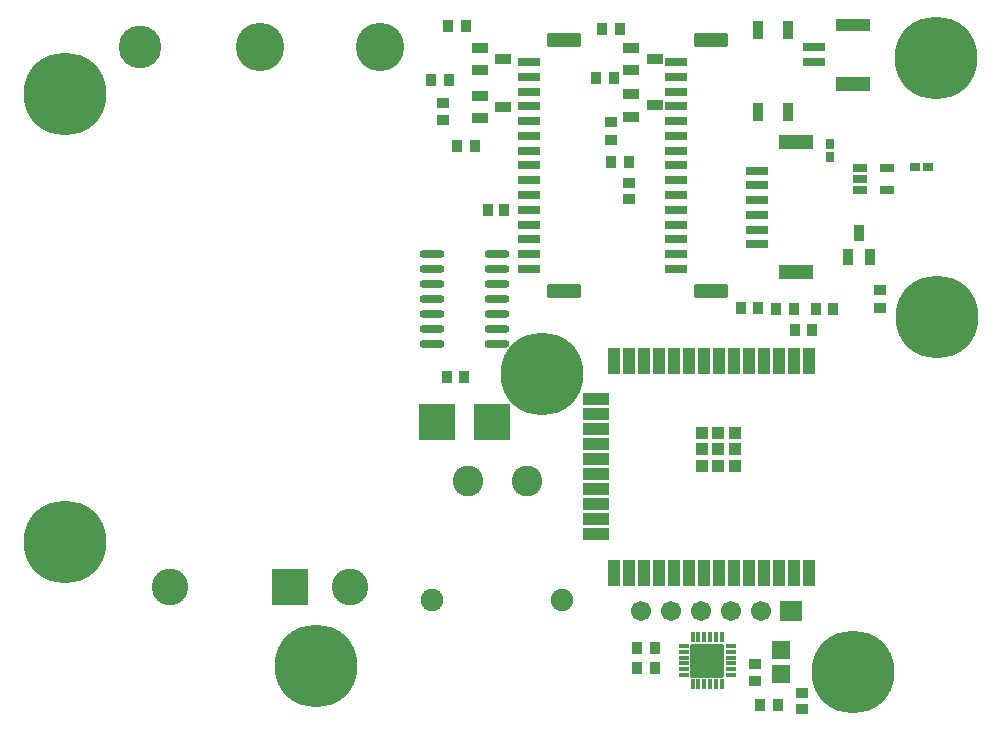
<source format=gts>
G04 Layer: TopSolderMaskLayer*
G04 EasyEDA v6.5.44, 2024-08-24 22:55:38*
G04 c584bd3c03fa4b5bb03f9f2b3921847a,c23a61fc8c4145e6967fd80801f93d45,10*
G04 Gerber Generator version 0.2*
G04 Scale: 100 percent, Rotated: No, Reflected: No *
G04 Dimensions in millimeters *
G04 leading zeros omitted , absolute positions ,4 integer and 5 decimal *
%FSLAX45Y45*%
%MOMM*%

%AMMACRO1*4,1,8,-0.4243,-0.4828,-0.454,-0.453,-0.454,0.4531,-0.4243,0.4828,0.4243,0.4828,0.454,0.4531,0.454,-0.453,0.4243,-0.4828,-0.4243,-0.4828,0*%
%AMMACRO2*4,1,8,-0.6961,-0.7558,-0.7258,-0.726,-0.7258,0.7261,-0.6961,0.7558,0.696,0.7558,0.7258,0.7261,0.7258,-0.726,0.696,-0.7558,-0.6961,-0.7558,0*%
%AMMACRO3*4,1,8,-0.3711,-0.6758,-0.4008,-0.646,-0.4008,0.646,-0.3711,0.6758,0.371,0.6758,0.4008,0.646,0.4008,-0.646,0.371,-0.6758,-0.3711,-0.6758,0*%
%AMMACRO4*4,1,8,-0.4531,-0.454,-0.4828,-0.4243,-0.4828,0.4243,-0.4531,0.454,0.453,0.454,0.4828,0.4243,0.4828,-0.4243,0.453,-0.454,-0.4531,-0.454,0*%
%AMMACRO5*4,1,8,-0.4161,-0.3208,-0.4458,-0.291,-0.4458,0.2911,-0.4161,0.3208,0.4161,0.3208,0.4458,0.2911,0.4458,-0.291,0.4161,-0.3208,-0.4161,-0.3208,0*%
%AMMACRO6*4,1,8,-0.2911,-0.4458,-0.3208,-0.4161,-0.3208,0.4161,-0.2911,0.4458,0.291,0.4458,0.3208,0.4161,0.3208,-0.4161,0.291,-0.4458,-0.2911,-0.4458,0*%
%AMMACRO7*4,1,8,-0.5436,-0.3168,-0.5733,-0.287,-0.5733,0.287,-0.5436,0.3168,0.5435,0.3168,0.5733,0.287,0.5733,-0.287,0.5435,-0.3168,-0.5436,-0.3168,0*%
%AMMACRO8*4,1,8,-0.4711,-0.4508,-0.5008,-0.421,-0.5008,0.4211,-0.4711,0.4508,0.471,0.4508,0.5008,0.4211,0.5008,-0.421,0.471,-0.4508,-0.4711,-0.4508,0*%
%AMMACRO9*4,1,8,-1.3707,-1.4,-1.4,-1.3707,-1.4,1.3707,-1.3707,1.4,1.3707,1.4,1.4,1.3707,1.4,-1.3707,1.3707,-1.4,-1.3707,-1.4,0*%
%AMMACRO10*4,1,8,-0.646,-0.4008,-0.6758,-0.371,-0.6758,0.3711,-0.646,0.4008,0.646,0.4008,0.6758,0.3711,0.6758,-0.371,0.646,-0.4008,-0.646,-0.4008,0*%
%AMMACRO11*4,1,8,-0.4211,-0.5008,-0.4508,-0.471,-0.4508,0.4711,-0.4211,0.5008,0.421,0.5008,0.4508,0.4711,0.4508,-0.471,0.421,-0.5008,-0.4211,-0.5008,0*%
%AMMACRO12*4,1,8,-0.872,-0.3518,-0.9017,-0.322,-0.9017,0.322,-0.872,0.3518,0.8719,0.3518,0.9017,0.322,0.9017,-0.322,0.8719,-0.3518,-0.872,-0.3518,0*%
%AMMACRO13*4,1,8,-1.4211,-0.5508,-1.4508,-0.521,-1.4508,0.5211,-1.4211,0.5508,1.421,0.5508,1.4508,0.5211,1.4508,-0.521,1.421,-0.5508,-1.4211,-0.5508,0*%
%AMMACRO14*4,1,8,-0.8711,-0.3508,-0.9008,-0.321,-0.9008,0.3211,-0.8711,0.3508,0.871,0.3508,0.9008,0.3211,0.9008,-0.321,0.871,-0.3508,-0.8711,-0.3508,0*%
%AMMACRO15*4,1,8,-0.9211,-0.8508,-0.9508,-0.821,-0.9508,0.8211,-0.9211,0.8508,0.921,0.8508,0.9508,0.8211,0.9508,-0.821,0.921,-0.8508,-0.9211,-0.8508,0*%
%AMMACRO16*4,1,8,-1.3711,-0.5512,-1.4008,-0.5214,-1.4008,0.5214,-1.3711,0.5512,1.371,0.5512,1.4008,0.5214,1.4008,-0.5214,1.371,-0.5512,-1.3711,-0.5512,0*%
%AMMACRO17*4,1,8,-0.872,-0.3505,-0.9017,-0.3208,-0.9017,0.3208,-0.872,0.3505,0.8719,0.3505,0.9017,0.3208,0.9017,-0.3208,0.8719,-0.3505,-0.872,-0.3505,0*%
%AMMACRO18*4,1,8,-1.5211,-1.5508,-1.5508,-1.521,-1.5508,1.5211,-1.5211,1.5508,1.521,1.5508,1.5508,1.5211,1.5508,-1.521,1.521,-1.5508,-1.5211,-1.5508,0*%
%AMMACRO19*4,1,8,-0.4211,-0.8009,-0.4509,-0.7711,-0.4509,0.7711,-0.4211,0.8009,0.4211,0.8009,0.4509,0.7711,0.4509,-0.7711,0.4211,-0.8009,-0.4211,-0.8009,0*%
%AMMACRO20*4,1,8,-0.4961,-1.1008,-0.5258,-1.071,-0.5258,1.0711,-0.4961,1.1008,0.496,1.1008,0.5258,1.0711,0.5258,-1.071,0.496,-1.1008,-0.4961,-1.1008,0*%
%AMMACRO21*4,1,8,-1.0711,-0.5258,-1.1008,-0.496,-1.1008,0.4961,-1.0711,0.5258,1.071,0.5258,1.1008,0.4961,1.1008,-0.496,1.071,-0.5258,-1.0711,-0.5258,0*%
%AMMACRO22*4,1,8,-0.471,-0.5008,-0.5008,-0.471,-0.5008,0.4711,-0.471,0.5008,0.471,0.5008,0.5008,0.4711,0.5008,-0.471,0.471,-0.5008,-0.471,-0.5008,0*%
%AMMACRO23*4,1,8,-0.4711,-0.5008,-0.5008,-0.471,-0.5008,0.4711,-0.4711,0.5008,0.471,0.5008,0.5008,0.4711,0.5008,-0.471,0.471,-0.5008,-0.4711,-0.5008,0*%
%AMMACRO24*4,1,8,-0.471,-0.5008,-0.5007,-0.471,-0.5007,0.4711,-0.471,0.5008,0.471,0.5008,0.5007,0.4711,0.5007,-0.471,0.471,-0.5008,-0.471,-0.5008,0*%
%AMMACRO25*4,1,8,-1.4206,-0.5499,-1.4503,-0.5201,-1.4503,0.5202,-1.4206,0.5499,1.4206,0.5499,1.4503,0.5202,1.4503,-0.5201,1.4206,-0.5499,-1.4206,-0.5499,0*%
%AMMACRO26*4,1,8,-1.4761,-1.5061,-1.5058,-1.4763,-1.5058,1.4763,-1.4761,1.5061,1.476,1.5061,1.5058,1.4763,1.5058,-1.4763,1.476,-1.5061,-1.4761,-1.5061,0*%
%ADD10MACRO1*%
%ADD11MACRO2*%
%ADD12MACRO3*%
%ADD13MACRO4*%
%ADD14MACRO5*%
%ADD15MACRO6*%
%ADD16MACRO7*%
%ADD17MACRO8*%
%ADD18O,0.9000236X0.3800348*%
%ADD19O,0.3800348X0.9000236*%
%ADD20MACRO9*%
%ADD21MACRO10*%
%ADD22MACRO11*%
%ADD23C,2.6016*%
%ADD24C,1.9016*%
%ADD25MACRO12*%
%ADD26MACRO13*%
%ADD27MACRO14*%
%ADD28C,1.7016*%
%ADD29MACRO15*%
%ADD30MACRO16*%
%ADD31MACRO17*%
%ADD32C,4.1016*%
%ADD33C,3.6016*%
%ADD34C,3.1016*%
%ADD35MACRO18*%
%ADD36MACRO19*%
%ADD37MACRO20*%
%ADD38MACRO21*%
%ADD39MACRO22*%
%ADD40MACRO23*%
%ADD41MACRO24*%
%ADD42MACRO25*%
%ADD43O,2.1395944X0.6755891999999999*%
%ADD44MACRO26*%
%ADD45C,7.0000*%
%ADD46C,0.0112*%

%LPD*%
D10*
G01*
X6261975Y-5880100D03*
G01*
X6412624Y-5880100D03*
D11*
G01*
X6438900Y-5611802D03*
G01*
X6438900Y-5411797D03*
D10*
G01*
X5220575Y-5397500D03*
G01*
X5371224Y-5397500D03*
G01*
X5220575Y-5562600D03*
G01*
X5371224Y-5562600D03*
D12*
G01*
X7004303Y-2081199D03*
G01*
X7194294Y-2081199D03*
G01*
X7099298Y-1881200D03*
D13*
G01*
X7277100Y-2363075D03*
G01*
X7277100Y-2513724D03*
D14*
G01*
X7578194Y-1320800D03*
G01*
X7687205Y-1320800D03*
D15*
G01*
X6858000Y-1235605D03*
G01*
X6858000Y-1126594D03*
D16*
G01*
X7111542Y-1327398D03*
G01*
X7111542Y-1422400D03*
G01*
X7111542Y-1517396D03*
G01*
X7341057Y-1517396D03*
G01*
X7341057Y-1327403D03*
D17*
G01*
X6616700Y-5772000D03*
G01*
X6616700Y-5911999D03*
G01*
X6223000Y-5530700D03*
G01*
X6223000Y-5670699D03*
D18*
G01*
X5616600Y-5374106D03*
G01*
X5616600Y-5424093D03*
G01*
X5616600Y-5474106D03*
G01*
X5616600Y-5524093D03*
G01*
X5616600Y-5574106D03*
G01*
X5616600Y-5624093D03*
D19*
G01*
X5691606Y-5699099D03*
G01*
X5741593Y-5699099D03*
G01*
X5791606Y-5699099D03*
G01*
X5841593Y-5699099D03*
G01*
X5891606Y-5699099D03*
G01*
X5941593Y-5699099D03*
D18*
G01*
X6016599Y-5624093D03*
G01*
X6016599Y-5574106D03*
G01*
X6016599Y-5524093D03*
G01*
X6016599Y-5474106D03*
G01*
X6016599Y-5424093D03*
G01*
X6016599Y-5374894D03*
D19*
G01*
X5941593Y-5299100D03*
G01*
X5891606Y-5299100D03*
G01*
X5841593Y-5299100D03*
G01*
X5791606Y-5299100D03*
G01*
X5741593Y-5299100D03*
G01*
X5691606Y-5299100D03*
D20*
G01*
X5816600Y-5500344D03*
D21*
G01*
X3887800Y-311403D03*
G01*
X3887800Y-501394D03*
G01*
X4087799Y-406398D03*
G01*
X5170500Y-311403D03*
G01*
X5170500Y-501394D03*
G01*
X5370499Y-406398D03*
G01*
X3887800Y-717803D03*
G01*
X3887800Y-907794D03*
G01*
X4087799Y-812798D03*
G01*
X5170500Y-705103D03*
G01*
X5170500Y-895094D03*
G01*
X5370499Y-800098D03*
D22*
G01*
X6102200Y-2514600D03*
G01*
X6242199Y-2514600D03*
G01*
X6699399Y-2705100D03*
G01*
X6559400Y-2705100D03*
G01*
X6877199Y-2527300D03*
G01*
X6737200Y-2527300D03*
G01*
X4095899Y-1689100D03*
G01*
X3955900Y-1689100D03*
D17*
G01*
X5156200Y-1593999D03*
G01*
X5156200Y-1454000D03*
D23*
G01*
X3788613Y-3983101D03*
G01*
X4288586Y-3983101D03*
D24*
G01*
X4588611Y-4983098D03*
G01*
X3488588Y-4983098D03*
D25*
G01*
X6233299Y-1351203D03*
D26*
G01*
X6568300Y-2213706D03*
G01*
X6568300Y-1113703D03*
D27*
G01*
X6233300Y-1476209D03*
G01*
X6233300Y-1601208D03*
G01*
X6233300Y-1726209D03*
G01*
X6233300Y-1851207D03*
G01*
X6233300Y-1976208D03*
D28*
G01*
X5257800Y-5080000D03*
G01*
X5511800Y-5080000D03*
G01*
X5765800Y-5080000D03*
G01*
X6019800Y-5080000D03*
G01*
X6273800Y-5080000D03*
D29*
G01*
X6527800Y-5080000D03*
D30*
G01*
X4605154Y-248157D03*
G01*
X4605154Y-2368042D03*
D31*
G01*
X4310242Y-433069D03*
G01*
X4310242Y-558038D03*
D25*
G01*
X4310242Y-683133D03*
D31*
G01*
X4310242Y-808227D03*
G01*
X4310242Y-933196D03*
G01*
X4310242Y-1058164D03*
G01*
X4310242Y-1183131D03*
G01*
X4310242Y-1308100D03*
G01*
X4310242Y-1433068D03*
G01*
X4310242Y-1558035D03*
D25*
G01*
X4310242Y-1683131D03*
D31*
G01*
X4310242Y-1808226D03*
G01*
X4310242Y-1933193D03*
G01*
X4310242Y-2058161D03*
G01*
X4310242Y-2183130D03*
D30*
G01*
X5849754Y-248157D03*
G01*
X5849754Y-2368042D03*
D31*
G01*
X5554842Y-433069D03*
G01*
X5554842Y-558038D03*
D25*
G01*
X5554842Y-683133D03*
D31*
G01*
X5554842Y-808227D03*
G01*
X5554842Y-933196D03*
G01*
X5554842Y-1058164D03*
G01*
X5554842Y-1183131D03*
G01*
X5554842Y-1308100D03*
G01*
X5554842Y-1433068D03*
G01*
X5554842Y-1558035D03*
D25*
G01*
X5554842Y-1683131D03*
D31*
G01*
X5554842Y-1808226D03*
G01*
X5554842Y-1933193D03*
G01*
X5554842Y-2058161D03*
G01*
X5554842Y-2183130D03*
D10*
G01*
X6552324Y-2527300D03*
G01*
X6401675Y-2527300D03*
D13*
G01*
X5003800Y-940675D03*
G01*
X5003800Y-1091324D03*
D10*
G01*
X5004675Y-1282700D03*
G01*
X5155324Y-1282700D03*
G01*
X4877675Y-571500D03*
G01*
X5028324Y-571500D03*
G01*
X5079124Y-152400D03*
G01*
X4928475Y-152400D03*
G01*
X3480675Y-584200D03*
G01*
X3631324Y-584200D03*
G01*
X3771024Y-127000D03*
G01*
X3620375Y-127000D03*
G01*
X3696575Y-1143000D03*
G01*
X3847224Y-1143000D03*
D13*
G01*
X3581400Y-775575D03*
G01*
X3581400Y-926224D03*
D32*
G01*
X3048000Y-304800D03*
G01*
X2032000Y-304800D03*
D33*
G01*
X1016000Y-304800D03*
D34*
G01*
X1270000Y-4876800D03*
D35*
G01*
X2285997Y-4876800D03*
D34*
G01*
X2794000Y-4876800D03*
D36*
G01*
X6248392Y-857996D03*
G01*
X6502392Y-857996D03*
G01*
X6502392Y-157998D03*
G01*
X6248392Y-157998D03*
D37*
G01*
X6678757Y-2960795D03*
G01*
X6551757Y-2960795D03*
G01*
X6424757Y-2960795D03*
G01*
X6297757Y-2960795D03*
G01*
X6170757Y-2960795D03*
G01*
X6043757Y-2960795D03*
G01*
X5916757Y-2960795D03*
G01*
X5789757Y-2960795D03*
G01*
X5662757Y-2960795D03*
G01*
X5535757Y-2960795D03*
G01*
X5408757Y-2960795D03*
G01*
X5281757Y-2960795D03*
G01*
X5154757Y-2960795D03*
G01*
X5027757Y-2960795D03*
D38*
G01*
X4878259Y-3289312D03*
G01*
X4878259Y-3416312D03*
G01*
X4878259Y-3543312D03*
G01*
X4878259Y-3670312D03*
G01*
X4878259Y-3797312D03*
G01*
X4878259Y-3924312D03*
G01*
X4878259Y-4051312D03*
G01*
X4878259Y-4178312D03*
G01*
X4878259Y-4305312D03*
G01*
X4878259Y-4432312D03*
D37*
G01*
X5027757Y-4760805D03*
G01*
X5154757Y-4760805D03*
G01*
X5281757Y-4760805D03*
G01*
X5408757Y-4760805D03*
G01*
X5535757Y-4760805D03*
G01*
X5662757Y-4760805D03*
G01*
X5789757Y-4760805D03*
G01*
X5916757Y-4760805D03*
G01*
X6043757Y-4760805D03*
G01*
X6170757Y-4760805D03*
G01*
X6297757Y-4760805D03*
G01*
X6424757Y-4760805D03*
G01*
X6551757Y-4760805D03*
G01*
X6678757Y-4760805D03*
D39*
G01*
X5910653Y-3710774D03*
D40*
G01*
X5910651Y-3570799D03*
G01*
X5910651Y-3850801D03*
G01*
X6050653Y-3850801D03*
G01*
X6050653Y-3710800D03*
G01*
X6050653Y-3570799D03*
G01*
X5770661Y-3570799D03*
D41*
G01*
X5770655Y-3710800D03*
D40*
G01*
X5770661Y-3850801D03*
D42*
G01*
X7050913Y-120799D03*
D26*
G01*
X7050887Y-615800D03*
D31*
G01*
X6715886Y-430753D03*
G01*
X6715886Y-305785D03*
D22*
G01*
X3752999Y-3098800D03*
G01*
X3613000Y-3098800D03*
D43*
G01*
X4036110Y-2819400D03*
G01*
X4036110Y-2692400D03*
G01*
X4036110Y-2565400D03*
G01*
X4036110Y-2438400D03*
G01*
X4036110Y-2311400D03*
G01*
X4036110Y-2184400D03*
G01*
X4036110Y-2057400D03*
G01*
X3482289Y-2819400D03*
G01*
X3482289Y-2692400D03*
G01*
X3482289Y-2565400D03*
G01*
X3482289Y-2438400D03*
G01*
X3482289Y-2311400D03*
G01*
X3482289Y-2184400D03*
G01*
X3482289Y-2057400D03*
D44*
G01*
X3526199Y-3479800D03*
G01*
X3992200Y-3479800D03*
D45*
G01*
X380009Y-699998D03*
G01*
X380009Y-4499990D03*
G01*
X7749997Y-399999D03*
G01*
X7049998Y-5599988D03*
G01*
X7759700Y-2590800D03*
G01*
X2499995Y-5550001D03*
G01*
X4419600Y-3073400D03*
M02*

</source>
